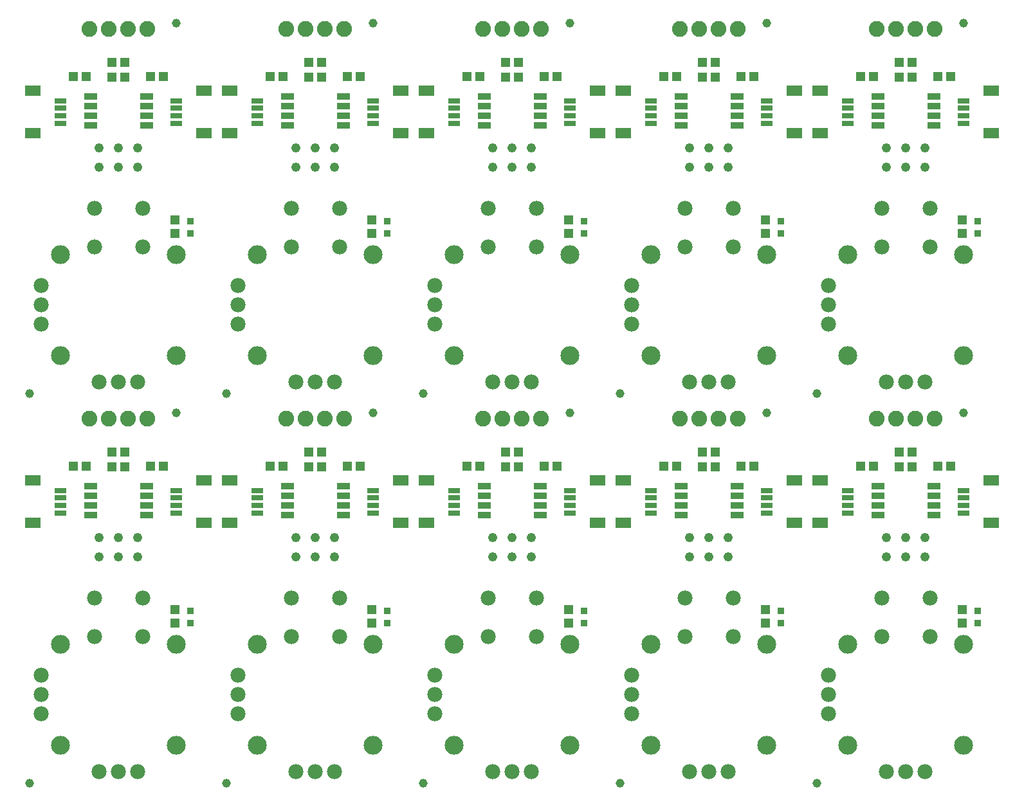
<source format=gts>
G04 #@! TF.FileFunction,Soldermask,Top*
%FSLAX46Y46*%
G04 Gerber Fmt 4.6, Leading zero omitted, Abs format (unit mm)*
G04 Created by KiCad (PCBNEW 4.0.6) date 02/21/18 15:23:47*
%MOMM*%
%LPD*%
G01*
G04 APERTURE LIST*
%ADD10C,0.100000*%
%ADD11R,1.201420X1.303020*%
%ADD12R,0.950000X0.950000*%
%ADD13C,1.150000*%
%ADD14C,1.981200*%
%ADD15C,2.489200*%
%ADD16R,1.303020X1.201420*%
%ADD17R,2.150000X1.350000*%
%ADD18R,1.500000X0.750000*%
%ADD19R,1.674000X0.912000*%
%ADD20C,1.219200*%
%ADD21C,2.082800*%
G04 APERTURE END LIST*
D10*
D11*
X172262800Y-119420640D03*
X172262800Y-121117360D03*
X146354800Y-119420640D03*
X146354800Y-121117360D03*
X120446800Y-119420640D03*
X120446800Y-121117360D03*
X94538800Y-119420640D03*
X94538800Y-121117360D03*
X68630800Y-119420640D03*
X68630800Y-121117360D03*
X172262800Y-68112640D03*
X172262800Y-69809360D03*
X146354800Y-68112640D03*
X146354800Y-69809360D03*
X120446800Y-68112640D03*
X120446800Y-69809360D03*
X94538800Y-68112640D03*
X94538800Y-69809360D03*
D12*
X174294800Y-121119800D03*
X174294800Y-119519800D03*
X148386800Y-121119800D03*
X148386800Y-119519800D03*
X122478800Y-121119800D03*
X122478800Y-119519800D03*
X96570800Y-121119800D03*
X96570800Y-119519800D03*
X70662800Y-121119800D03*
X70662800Y-119519800D03*
X174294800Y-69811800D03*
X174294800Y-68211800D03*
X148386800Y-69811800D03*
X148386800Y-68211800D03*
X122478800Y-69811800D03*
X122478800Y-68211800D03*
X96570800Y-69811800D03*
X96570800Y-68211800D03*
D13*
X153162000Y-142265400D03*
X127254000Y-142265400D03*
X101346000Y-142265400D03*
X75438000Y-142265400D03*
X49530000Y-142265400D03*
X153162000Y-90957400D03*
X127254000Y-90957400D03*
X101346000Y-90957400D03*
X75438000Y-90957400D03*
D14*
X161671000Y-117881400D03*
X168021000Y-117881400D03*
X161671000Y-122961400D03*
X168021000Y-122961400D03*
X162306000Y-140741400D03*
X164846000Y-140741400D03*
X167386000Y-140741400D03*
D15*
X157226000Y-123913900D03*
X157226000Y-137248900D03*
X172466000Y-137248900D03*
X172466000Y-123913900D03*
D14*
X154686000Y-128041400D03*
X154686000Y-130581400D03*
X154686000Y-133121400D03*
X135763000Y-117881400D03*
X142113000Y-117881400D03*
X135763000Y-122961400D03*
X142113000Y-122961400D03*
X136398000Y-140741400D03*
X138938000Y-140741400D03*
X141478000Y-140741400D03*
D15*
X131318000Y-123913900D03*
X131318000Y-137248900D03*
X146558000Y-137248900D03*
X146558000Y-123913900D03*
D14*
X128778000Y-128041400D03*
X128778000Y-130581400D03*
X128778000Y-133121400D03*
X109855000Y-117881400D03*
X116205000Y-117881400D03*
X109855000Y-122961400D03*
X116205000Y-122961400D03*
X110490000Y-140741400D03*
X113030000Y-140741400D03*
X115570000Y-140741400D03*
D15*
X105410000Y-123913900D03*
X105410000Y-137248900D03*
X120650000Y-137248900D03*
X120650000Y-123913900D03*
D14*
X102870000Y-128041400D03*
X102870000Y-130581400D03*
X102870000Y-133121400D03*
X83947000Y-117881400D03*
X90297000Y-117881400D03*
X83947000Y-122961400D03*
X90297000Y-122961400D03*
X84582000Y-140741400D03*
X87122000Y-140741400D03*
X89662000Y-140741400D03*
D15*
X79502000Y-123913900D03*
X79502000Y-137248900D03*
X94742000Y-137248900D03*
X94742000Y-123913900D03*
D14*
X76962000Y-128041400D03*
X76962000Y-130581400D03*
X76962000Y-133121400D03*
X58039000Y-117881400D03*
X64389000Y-117881400D03*
X58039000Y-122961400D03*
X64389000Y-122961400D03*
X58674000Y-140741400D03*
X61214000Y-140741400D03*
X63754000Y-140741400D03*
D15*
X53594000Y-123913900D03*
X53594000Y-137248900D03*
X68834000Y-137248900D03*
X68834000Y-123913900D03*
D14*
X51054000Y-128041400D03*
X51054000Y-130581400D03*
X51054000Y-133121400D03*
X161671000Y-66573400D03*
X168021000Y-66573400D03*
X161671000Y-71653400D03*
X168021000Y-71653400D03*
X162306000Y-89433400D03*
X164846000Y-89433400D03*
X167386000Y-89433400D03*
D15*
X157226000Y-72605900D03*
X157226000Y-85940900D03*
X172466000Y-85940900D03*
X172466000Y-72605900D03*
D14*
X154686000Y-76733400D03*
X154686000Y-79273400D03*
X154686000Y-81813400D03*
X135763000Y-66573400D03*
X142113000Y-66573400D03*
X135763000Y-71653400D03*
X142113000Y-71653400D03*
X136398000Y-89433400D03*
X138938000Y-89433400D03*
X141478000Y-89433400D03*
D15*
X131318000Y-72605900D03*
X131318000Y-85940900D03*
X146558000Y-85940900D03*
X146558000Y-72605900D03*
D14*
X128778000Y-76733400D03*
X128778000Y-79273400D03*
X128778000Y-81813400D03*
X109855000Y-66573400D03*
X116205000Y-66573400D03*
X109855000Y-71653400D03*
X116205000Y-71653400D03*
X110490000Y-89433400D03*
X113030000Y-89433400D03*
X115570000Y-89433400D03*
D15*
X105410000Y-72605900D03*
X105410000Y-85940900D03*
X120650000Y-85940900D03*
X120650000Y-72605900D03*
D14*
X102870000Y-76733400D03*
X102870000Y-79273400D03*
X102870000Y-81813400D03*
X83947000Y-66573400D03*
X90297000Y-66573400D03*
X83947000Y-71653400D03*
X90297000Y-71653400D03*
X84582000Y-89433400D03*
X87122000Y-89433400D03*
X89662000Y-89433400D03*
D15*
X79502000Y-72605900D03*
X79502000Y-85940900D03*
X94742000Y-85940900D03*
X94742000Y-72605900D03*
D14*
X76962000Y-76733400D03*
X76962000Y-79273400D03*
X76962000Y-81813400D03*
D16*
X163997640Y-100558600D03*
X165694360Y-100558600D03*
X138089640Y-100558600D03*
X139786360Y-100558600D03*
X112181640Y-100558600D03*
X113878360Y-100558600D03*
X86273640Y-100558600D03*
X87970360Y-100558600D03*
X60365640Y-100558600D03*
X62062360Y-100558600D03*
X163997640Y-49250600D03*
X165694360Y-49250600D03*
X138089640Y-49250600D03*
X139786360Y-49250600D03*
X112181640Y-49250600D03*
X113878360Y-49250600D03*
X86273640Y-49250600D03*
X87970360Y-49250600D03*
D17*
X153551000Y-102381400D03*
X153551000Y-107981400D03*
D18*
X157226000Y-103681400D03*
X157226000Y-104681400D03*
X157226000Y-105681400D03*
X157226000Y-106681400D03*
D17*
X127643000Y-102381400D03*
X127643000Y-107981400D03*
D18*
X131318000Y-103681400D03*
X131318000Y-104681400D03*
X131318000Y-105681400D03*
X131318000Y-106681400D03*
D17*
X101735000Y-102381400D03*
X101735000Y-107981400D03*
D18*
X105410000Y-103681400D03*
X105410000Y-104681400D03*
X105410000Y-105681400D03*
X105410000Y-106681400D03*
D17*
X75827000Y-102381400D03*
X75827000Y-107981400D03*
D18*
X79502000Y-103681400D03*
X79502000Y-104681400D03*
X79502000Y-105681400D03*
X79502000Y-106681400D03*
D17*
X49919000Y-102381400D03*
X49919000Y-107981400D03*
D18*
X53594000Y-103681400D03*
X53594000Y-104681400D03*
X53594000Y-105681400D03*
X53594000Y-106681400D03*
D17*
X153551000Y-51073400D03*
X153551000Y-56673400D03*
D18*
X157226000Y-52373400D03*
X157226000Y-53373400D03*
X157226000Y-54373400D03*
X157226000Y-55373400D03*
D17*
X127643000Y-51073400D03*
X127643000Y-56673400D03*
D18*
X131318000Y-52373400D03*
X131318000Y-53373400D03*
X131318000Y-54373400D03*
X131318000Y-55373400D03*
D17*
X101735000Y-51073400D03*
X101735000Y-56673400D03*
D18*
X105410000Y-52373400D03*
X105410000Y-53373400D03*
X105410000Y-54373400D03*
X105410000Y-55373400D03*
D17*
X75827000Y-51073400D03*
X75827000Y-56673400D03*
D18*
X79502000Y-52373400D03*
X79502000Y-53373400D03*
X79502000Y-54373400D03*
X79502000Y-55373400D03*
D19*
X161188400Y-103111300D03*
X161188400Y-104381300D03*
X161188400Y-105651300D03*
X161188400Y-106921300D03*
X168597580Y-106921300D03*
X168597580Y-105651300D03*
X168597580Y-104381300D03*
X168597580Y-103111300D03*
X135280400Y-103111300D03*
X135280400Y-104381300D03*
X135280400Y-105651300D03*
X135280400Y-106921300D03*
X142689580Y-106921300D03*
X142689580Y-105651300D03*
X142689580Y-104381300D03*
X142689580Y-103111300D03*
X109372400Y-103111300D03*
X109372400Y-104381300D03*
X109372400Y-105651300D03*
X109372400Y-106921300D03*
X116781580Y-106921300D03*
X116781580Y-105651300D03*
X116781580Y-104381300D03*
X116781580Y-103111300D03*
X83464400Y-103111300D03*
X83464400Y-104381300D03*
X83464400Y-105651300D03*
X83464400Y-106921300D03*
X90873580Y-106921300D03*
X90873580Y-105651300D03*
X90873580Y-104381300D03*
X90873580Y-103111300D03*
X57556400Y-103111300D03*
X57556400Y-104381300D03*
X57556400Y-105651300D03*
X57556400Y-106921300D03*
X64965580Y-106921300D03*
X64965580Y-105651300D03*
X64965580Y-104381300D03*
X64965580Y-103111300D03*
X161188400Y-51803300D03*
X161188400Y-53073300D03*
X161188400Y-54343300D03*
X161188400Y-55613300D03*
X168597580Y-55613300D03*
X168597580Y-54343300D03*
X168597580Y-53073300D03*
X168597580Y-51803300D03*
X135280400Y-51803300D03*
X135280400Y-53073300D03*
X135280400Y-54343300D03*
X135280400Y-55613300D03*
X142689580Y-55613300D03*
X142689580Y-54343300D03*
X142689580Y-53073300D03*
X142689580Y-51803300D03*
X109372400Y-51803300D03*
X109372400Y-53073300D03*
X109372400Y-54343300D03*
X109372400Y-55613300D03*
X116781580Y-55613300D03*
X116781580Y-54343300D03*
X116781580Y-53073300D03*
X116781580Y-51803300D03*
X83464400Y-51803300D03*
X83464400Y-53073300D03*
X83464400Y-54343300D03*
X83464400Y-55613300D03*
X90873580Y-55613300D03*
X90873580Y-54343300D03*
X90873580Y-53073300D03*
X90873580Y-51803300D03*
D16*
X158917640Y-100507800D03*
X160614360Y-100507800D03*
X133009640Y-100507800D03*
X134706360Y-100507800D03*
X107101640Y-100507800D03*
X108798360Y-100507800D03*
X81193640Y-100507800D03*
X82890360Y-100507800D03*
X55285640Y-100507800D03*
X56982360Y-100507800D03*
X158917640Y-49199800D03*
X160614360Y-49199800D03*
X133009640Y-49199800D03*
X134706360Y-49199800D03*
X107101640Y-49199800D03*
X108798360Y-49199800D03*
X81193640Y-49199800D03*
X82890360Y-49199800D03*
D20*
X167386000Y-109905800D03*
X167386000Y-112445800D03*
X164846000Y-109905800D03*
X164846000Y-112445800D03*
X162306000Y-109905800D03*
X162306000Y-112445800D03*
X141478000Y-109905800D03*
X141478000Y-112445800D03*
X138938000Y-109905800D03*
X138938000Y-112445800D03*
X136398000Y-109905800D03*
X136398000Y-112445800D03*
X115570000Y-109905800D03*
X115570000Y-112445800D03*
X113030000Y-109905800D03*
X113030000Y-112445800D03*
X110490000Y-109905800D03*
X110490000Y-112445800D03*
X89662000Y-109905800D03*
X89662000Y-112445800D03*
X87122000Y-109905800D03*
X87122000Y-112445800D03*
X84582000Y-109905800D03*
X84582000Y-112445800D03*
X63754000Y-109905800D03*
X63754000Y-112445800D03*
X61214000Y-109905800D03*
X61214000Y-112445800D03*
X58674000Y-109905800D03*
X58674000Y-112445800D03*
X167386000Y-58597800D03*
X167386000Y-61137800D03*
X164846000Y-58597800D03*
X164846000Y-61137800D03*
X162306000Y-58597800D03*
X162306000Y-61137800D03*
X141478000Y-58597800D03*
X141478000Y-61137800D03*
X138938000Y-58597800D03*
X138938000Y-61137800D03*
X136398000Y-58597800D03*
X136398000Y-61137800D03*
X115570000Y-58597800D03*
X115570000Y-61137800D03*
X113030000Y-58597800D03*
X113030000Y-61137800D03*
X110490000Y-58597800D03*
X110490000Y-61137800D03*
X89662000Y-58597800D03*
X89662000Y-61137800D03*
X87122000Y-58597800D03*
X87122000Y-61137800D03*
X84582000Y-58597800D03*
X84582000Y-61137800D03*
D16*
X169077640Y-100507800D03*
X170774360Y-100507800D03*
X143169640Y-100507800D03*
X144866360Y-100507800D03*
X117261640Y-100507800D03*
X118958360Y-100507800D03*
X91353640Y-100507800D03*
X93050360Y-100507800D03*
X65445640Y-100507800D03*
X67142360Y-100507800D03*
X169077640Y-49199800D03*
X170774360Y-49199800D03*
X143169640Y-49199800D03*
X144866360Y-49199800D03*
X117261640Y-49199800D03*
X118958360Y-49199800D03*
X91353640Y-49199800D03*
X93050360Y-49199800D03*
D13*
X172466000Y-93497400D03*
X146558000Y-93497400D03*
X120650000Y-93497400D03*
X94742000Y-93497400D03*
X68834000Y-93497400D03*
X172466000Y-42189400D03*
X146558000Y-42189400D03*
X120650000Y-42189400D03*
X94742000Y-42189400D03*
D16*
X165694360Y-98628200D03*
X163997640Y-98628200D03*
X139786360Y-98628200D03*
X138089640Y-98628200D03*
X113878360Y-98628200D03*
X112181640Y-98628200D03*
X87970360Y-98628200D03*
X86273640Y-98628200D03*
X62062360Y-98628200D03*
X60365640Y-98628200D03*
X165694360Y-47320200D03*
X163997640Y-47320200D03*
X139786360Y-47320200D03*
X138089640Y-47320200D03*
X113878360Y-47320200D03*
X112181640Y-47320200D03*
X87970360Y-47320200D03*
X86273640Y-47320200D03*
D17*
X176141000Y-107981400D03*
X176141000Y-102381400D03*
D18*
X172466000Y-106681400D03*
X172466000Y-105681400D03*
X172466000Y-104681400D03*
X172466000Y-103681400D03*
D17*
X150233000Y-107981400D03*
X150233000Y-102381400D03*
D18*
X146558000Y-106681400D03*
X146558000Y-105681400D03*
X146558000Y-104681400D03*
X146558000Y-103681400D03*
D17*
X124325000Y-107981400D03*
X124325000Y-102381400D03*
D18*
X120650000Y-106681400D03*
X120650000Y-105681400D03*
X120650000Y-104681400D03*
X120650000Y-103681400D03*
D17*
X98417000Y-107981400D03*
X98417000Y-102381400D03*
D18*
X94742000Y-106681400D03*
X94742000Y-105681400D03*
X94742000Y-104681400D03*
X94742000Y-103681400D03*
D17*
X72509000Y-107981400D03*
X72509000Y-102381400D03*
D18*
X68834000Y-106681400D03*
X68834000Y-105681400D03*
X68834000Y-104681400D03*
X68834000Y-103681400D03*
D17*
X176141000Y-56673400D03*
X176141000Y-51073400D03*
D18*
X172466000Y-55373400D03*
X172466000Y-54373400D03*
X172466000Y-53373400D03*
X172466000Y-52373400D03*
D17*
X150233000Y-56673400D03*
X150233000Y-51073400D03*
D18*
X146558000Y-55373400D03*
X146558000Y-54373400D03*
X146558000Y-53373400D03*
X146558000Y-52373400D03*
D17*
X124325000Y-56673400D03*
X124325000Y-51073400D03*
D18*
X120650000Y-55373400D03*
X120650000Y-54373400D03*
X120650000Y-53373400D03*
X120650000Y-52373400D03*
D17*
X98417000Y-56673400D03*
X98417000Y-51073400D03*
D18*
X94742000Y-55373400D03*
X94742000Y-54373400D03*
X94742000Y-53373400D03*
X94742000Y-52373400D03*
D21*
X161036000Y-94259400D03*
X163576000Y-94259400D03*
X166116000Y-94259400D03*
X168656000Y-94259400D03*
X135128000Y-94259400D03*
X137668000Y-94259400D03*
X140208000Y-94259400D03*
X142748000Y-94259400D03*
X109220000Y-94259400D03*
X111760000Y-94259400D03*
X114300000Y-94259400D03*
X116840000Y-94259400D03*
X83312000Y-94259400D03*
X85852000Y-94259400D03*
X88392000Y-94259400D03*
X90932000Y-94259400D03*
X57404000Y-94259400D03*
X59944000Y-94259400D03*
X62484000Y-94259400D03*
X65024000Y-94259400D03*
X161036000Y-42951400D03*
X163576000Y-42951400D03*
X166116000Y-42951400D03*
X168656000Y-42951400D03*
X135128000Y-42951400D03*
X137668000Y-42951400D03*
X140208000Y-42951400D03*
X142748000Y-42951400D03*
X109220000Y-42951400D03*
X111760000Y-42951400D03*
X114300000Y-42951400D03*
X116840000Y-42951400D03*
X83312000Y-42951400D03*
X85852000Y-42951400D03*
X88392000Y-42951400D03*
X90932000Y-42951400D03*
D12*
X70662800Y-69811800D03*
X70662800Y-68211800D03*
D14*
X58039000Y-66573400D03*
X64389000Y-66573400D03*
X58039000Y-71653400D03*
X64389000Y-71653400D03*
X58674000Y-89433400D03*
X61214000Y-89433400D03*
X63754000Y-89433400D03*
D15*
X53594000Y-72605900D03*
X53594000Y-85940900D03*
X68834000Y-85940900D03*
X68834000Y-72605900D03*
D14*
X51054000Y-76733400D03*
X51054000Y-79273400D03*
X51054000Y-81813400D03*
D16*
X62062360Y-47320200D03*
X60365640Y-47320200D03*
D17*
X72509000Y-56673400D03*
X72509000Y-51073400D03*
D18*
X68834000Y-55373400D03*
X68834000Y-54373400D03*
X68834000Y-53373400D03*
X68834000Y-52373400D03*
D17*
X49919000Y-51073400D03*
X49919000Y-56673400D03*
D18*
X53594000Y-52373400D03*
X53594000Y-53373400D03*
X53594000Y-54373400D03*
X53594000Y-55373400D03*
D13*
X49530000Y-90957400D03*
X68834000Y-42189400D03*
D16*
X65445640Y-49199800D03*
X67142360Y-49199800D03*
D21*
X57404000Y-42951400D03*
X59944000Y-42951400D03*
X62484000Y-42951400D03*
X65024000Y-42951400D03*
D20*
X63754000Y-58597800D03*
X63754000Y-61137800D03*
X61214000Y-58597800D03*
X61214000Y-61137800D03*
X58674000Y-58597800D03*
X58674000Y-61137800D03*
D16*
X55285640Y-49199800D03*
X56982360Y-49199800D03*
X60365640Y-49250600D03*
X62062360Y-49250600D03*
D11*
X68630800Y-68112640D03*
X68630800Y-69809360D03*
D19*
X57556400Y-51803300D03*
X57556400Y-53073300D03*
X57556400Y-54343300D03*
X57556400Y-55613300D03*
X64965580Y-55613300D03*
X64965580Y-54343300D03*
X64965580Y-53073300D03*
X64965580Y-51803300D03*
M02*

</source>
